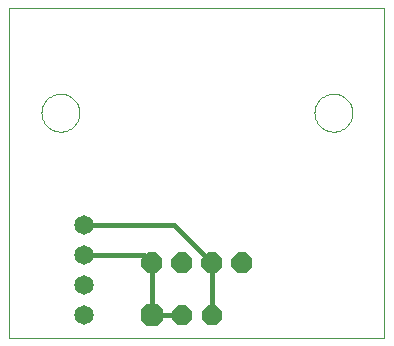
<source format=gtl>
G75*
G70*
%OFA0B0*%
%FSLAX24Y24*%
%IPPOS*%
%LPD*%
%AMOC8*
5,1,8,0,0,1.08239X$1,22.5*
%
%ADD10C,0.0000*%
%ADD11OC8,0.0700*%
%ADD12OC8,0.0660*%
%ADD13C,0.0650*%
%ADD14OC8,0.0760*%
%ADD15C,0.0160*%
D10*
X000100Y000100D02*
X000100Y011100D01*
X012600Y011100D01*
X012600Y000100D01*
X000100Y000100D01*
X001170Y007600D02*
X001172Y007650D01*
X001178Y007700D01*
X001188Y007749D01*
X001202Y007797D01*
X001219Y007844D01*
X001240Y007889D01*
X001265Y007933D01*
X001293Y007974D01*
X001325Y008013D01*
X001359Y008050D01*
X001396Y008084D01*
X001436Y008114D01*
X001478Y008141D01*
X001522Y008165D01*
X001568Y008186D01*
X001615Y008202D01*
X001663Y008215D01*
X001713Y008224D01*
X001762Y008229D01*
X001813Y008230D01*
X001863Y008227D01*
X001912Y008220D01*
X001961Y008209D01*
X002009Y008194D01*
X002055Y008176D01*
X002100Y008154D01*
X002143Y008128D01*
X002184Y008099D01*
X002223Y008067D01*
X002259Y008032D01*
X002291Y007994D01*
X002321Y007954D01*
X002348Y007911D01*
X002371Y007867D01*
X002390Y007821D01*
X002406Y007773D01*
X002418Y007724D01*
X002426Y007675D01*
X002430Y007625D01*
X002430Y007575D01*
X002426Y007525D01*
X002418Y007476D01*
X002406Y007427D01*
X002390Y007379D01*
X002371Y007333D01*
X002348Y007289D01*
X002321Y007246D01*
X002291Y007206D01*
X002259Y007168D01*
X002223Y007133D01*
X002184Y007101D01*
X002143Y007072D01*
X002100Y007046D01*
X002055Y007024D01*
X002009Y007006D01*
X001961Y006991D01*
X001912Y006980D01*
X001863Y006973D01*
X001813Y006970D01*
X001762Y006971D01*
X001713Y006976D01*
X001663Y006985D01*
X001615Y006998D01*
X001568Y007014D01*
X001522Y007035D01*
X001478Y007059D01*
X001436Y007086D01*
X001396Y007116D01*
X001359Y007150D01*
X001325Y007187D01*
X001293Y007226D01*
X001265Y007267D01*
X001240Y007311D01*
X001219Y007356D01*
X001202Y007403D01*
X001188Y007451D01*
X001178Y007500D01*
X001172Y007550D01*
X001170Y007600D01*
X010270Y007600D02*
X010272Y007650D01*
X010278Y007700D01*
X010288Y007749D01*
X010302Y007797D01*
X010319Y007844D01*
X010340Y007889D01*
X010365Y007933D01*
X010393Y007974D01*
X010425Y008013D01*
X010459Y008050D01*
X010496Y008084D01*
X010536Y008114D01*
X010578Y008141D01*
X010622Y008165D01*
X010668Y008186D01*
X010715Y008202D01*
X010763Y008215D01*
X010813Y008224D01*
X010862Y008229D01*
X010913Y008230D01*
X010963Y008227D01*
X011012Y008220D01*
X011061Y008209D01*
X011109Y008194D01*
X011155Y008176D01*
X011200Y008154D01*
X011243Y008128D01*
X011284Y008099D01*
X011323Y008067D01*
X011359Y008032D01*
X011391Y007994D01*
X011421Y007954D01*
X011448Y007911D01*
X011471Y007867D01*
X011490Y007821D01*
X011506Y007773D01*
X011518Y007724D01*
X011526Y007675D01*
X011530Y007625D01*
X011530Y007575D01*
X011526Y007525D01*
X011518Y007476D01*
X011506Y007427D01*
X011490Y007379D01*
X011471Y007333D01*
X011448Y007289D01*
X011421Y007246D01*
X011391Y007206D01*
X011359Y007168D01*
X011323Y007133D01*
X011284Y007101D01*
X011243Y007072D01*
X011200Y007046D01*
X011155Y007024D01*
X011109Y007006D01*
X011061Y006991D01*
X011012Y006980D01*
X010963Y006973D01*
X010913Y006970D01*
X010862Y006971D01*
X010813Y006976D01*
X010763Y006985D01*
X010715Y006998D01*
X010668Y007014D01*
X010622Y007035D01*
X010578Y007059D01*
X010536Y007086D01*
X010496Y007116D01*
X010459Y007150D01*
X010425Y007187D01*
X010393Y007226D01*
X010365Y007267D01*
X010340Y007311D01*
X010319Y007356D01*
X010302Y007403D01*
X010288Y007451D01*
X010278Y007500D01*
X010272Y007550D01*
X010270Y007600D01*
D11*
X007850Y002600D03*
X006850Y002600D03*
X005850Y002600D03*
X004850Y002600D03*
D12*
X005850Y000850D03*
X006850Y000850D03*
D13*
X002600Y000850D03*
X002600Y001850D03*
X002600Y002850D03*
X002600Y003850D03*
D14*
X004850Y000850D03*
D15*
X004850Y002600D01*
X004600Y002850D01*
X002600Y002850D01*
X002600Y003850D02*
X005600Y003850D01*
X006850Y002600D01*
X006850Y000850D01*
X005850Y000850D02*
X004850Y000850D01*
M02*

</source>
